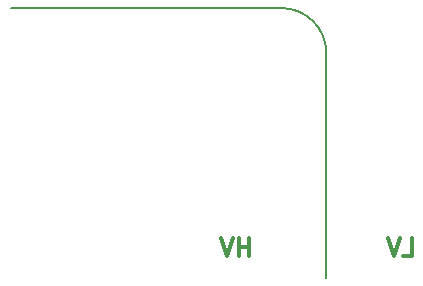
<source format=gbo>
G04 #@! TF.FileFunction,Legend,Bot*
%FSLAX46Y46*%
G04 Gerber Fmt 4.6, Leading zero omitted, Abs format (unit mm)*
G04 Created by KiCad (PCBNEW 4.0.7-e2-6376~58~ubuntu14.04.1) date Thu Feb  8 20:55:41 2018*
%MOMM*%
%LPD*%
G01*
G04 APERTURE LIST*
%ADD10C,0.100000*%
%ADD11C,0.200000*%
%ADD12C,0.300000*%
G04 APERTURE END LIST*
D10*
D11*
X151130000Y-102870000D02*
G75*
G03X147320000Y-99060000I-3810000J0D01*
G01*
X147320000Y-99060000D02*
X124460000Y-99060000D01*
X151130000Y-121920000D02*
X151130000Y-102870000D01*
D12*
X157658571Y-120058571D02*
X158372857Y-120058571D01*
X158372857Y-118558571D01*
X157372857Y-118558571D02*
X156872857Y-120058571D01*
X156372857Y-118558571D01*
X144581428Y-120058571D02*
X144581428Y-118558571D01*
X144581428Y-119272857D02*
X143724285Y-119272857D01*
X143724285Y-120058571D02*
X143724285Y-118558571D01*
X143224285Y-118558571D02*
X142724285Y-120058571D01*
X142224285Y-118558571D01*
M02*

</source>
